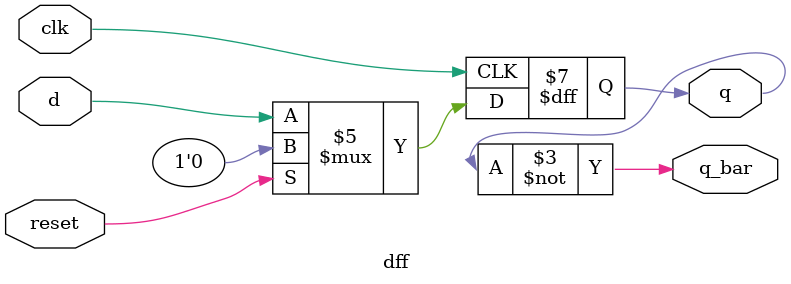
<source format=v>
module dff (
    input clk,
    input reset,     
    input d,
    output reg q,
    output q_bar
);
   always@(posedge clk)
   begin
   if(reset==1)
   q <= 0;
 else 
   q <= d;

   end
 assign q_bar= ~q; 
endmodule

</source>
